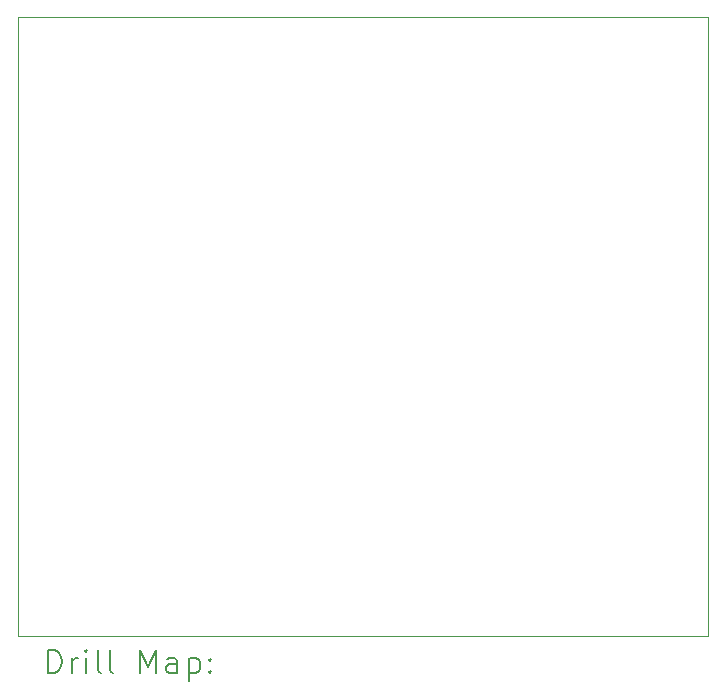
<source format=gbr>
%TF.GenerationSoftware,KiCad,Pcbnew,8.0.8*%
%TF.CreationDate,2025-02-02T21:03:06-08:00*%
%TF.ProjectId,D1Mini,44314d69-6e69-42e6-9b69-6361645f7063,rev?*%
%TF.SameCoordinates,Original*%
%TF.FileFunction,Drillmap*%
%TF.FilePolarity,Positive*%
%FSLAX45Y45*%
G04 Gerber Fmt 4.5, Leading zero omitted, Abs format (unit mm)*
G04 Created by KiCad (PCBNEW 8.0.8) date 2025-02-02 21:03:06*
%MOMM*%
%LPD*%
G01*
G04 APERTURE LIST*
%ADD10C,0.050000*%
%ADD11C,0.200000*%
G04 APERTURE END LIST*
D10*
X9294090Y-2278246D02*
X15142811Y-2278246D01*
X15142811Y-7522298D01*
X9294090Y-7522298D01*
X9294090Y-2278246D01*
D11*
X9552367Y-7836282D02*
X9552367Y-7636282D01*
X9552367Y-7636282D02*
X9599986Y-7636282D01*
X9599986Y-7636282D02*
X9628558Y-7645805D01*
X9628558Y-7645805D02*
X9647605Y-7664853D01*
X9647605Y-7664853D02*
X9657129Y-7683901D01*
X9657129Y-7683901D02*
X9666653Y-7721996D01*
X9666653Y-7721996D02*
X9666653Y-7750567D01*
X9666653Y-7750567D02*
X9657129Y-7788662D01*
X9657129Y-7788662D02*
X9647605Y-7807710D01*
X9647605Y-7807710D02*
X9628558Y-7826758D01*
X9628558Y-7826758D02*
X9599986Y-7836282D01*
X9599986Y-7836282D02*
X9552367Y-7836282D01*
X9752367Y-7836282D02*
X9752367Y-7702948D01*
X9752367Y-7741043D02*
X9761891Y-7721996D01*
X9761891Y-7721996D02*
X9771415Y-7712472D01*
X9771415Y-7712472D02*
X9790462Y-7702948D01*
X9790462Y-7702948D02*
X9809510Y-7702948D01*
X9876177Y-7836282D02*
X9876177Y-7702948D01*
X9876177Y-7636282D02*
X9866653Y-7645805D01*
X9866653Y-7645805D02*
X9876177Y-7655329D01*
X9876177Y-7655329D02*
X9885701Y-7645805D01*
X9885701Y-7645805D02*
X9876177Y-7636282D01*
X9876177Y-7636282D02*
X9876177Y-7655329D01*
X9999986Y-7836282D02*
X9980939Y-7826758D01*
X9980939Y-7826758D02*
X9971415Y-7807710D01*
X9971415Y-7807710D02*
X9971415Y-7636282D01*
X10104748Y-7836282D02*
X10085701Y-7826758D01*
X10085701Y-7826758D02*
X10076177Y-7807710D01*
X10076177Y-7807710D02*
X10076177Y-7636282D01*
X10333320Y-7836282D02*
X10333320Y-7636282D01*
X10333320Y-7636282D02*
X10399986Y-7779139D01*
X10399986Y-7779139D02*
X10466653Y-7636282D01*
X10466653Y-7636282D02*
X10466653Y-7836282D01*
X10647605Y-7836282D02*
X10647605Y-7731520D01*
X10647605Y-7731520D02*
X10638082Y-7712472D01*
X10638082Y-7712472D02*
X10619034Y-7702948D01*
X10619034Y-7702948D02*
X10580939Y-7702948D01*
X10580939Y-7702948D02*
X10561891Y-7712472D01*
X10647605Y-7826758D02*
X10628558Y-7836282D01*
X10628558Y-7836282D02*
X10580939Y-7836282D01*
X10580939Y-7836282D02*
X10561891Y-7826758D01*
X10561891Y-7826758D02*
X10552367Y-7807710D01*
X10552367Y-7807710D02*
X10552367Y-7788662D01*
X10552367Y-7788662D02*
X10561891Y-7769615D01*
X10561891Y-7769615D02*
X10580939Y-7760091D01*
X10580939Y-7760091D02*
X10628558Y-7760091D01*
X10628558Y-7760091D02*
X10647605Y-7750567D01*
X10742843Y-7702948D02*
X10742843Y-7902948D01*
X10742843Y-7712472D02*
X10761891Y-7702948D01*
X10761891Y-7702948D02*
X10799986Y-7702948D01*
X10799986Y-7702948D02*
X10819034Y-7712472D01*
X10819034Y-7712472D02*
X10828558Y-7721996D01*
X10828558Y-7721996D02*
X10838082Y-7741043D01*
X10838082Y-7741043D02*
X10838082Y-7798186D01*
X10838082Y-7798186D02*
X10828558Y-7817234D01*
X10828558Y-7817234D02*
X10819034Y-7826758D01*
X10819034Y-7826758D02*
X10799986Y-7836282D01*
X10799986Y-7836282D02*
X10761891Y-7836282D01*
X10761891Y-7836282D02*
X10742843Y-7826758D01*
X10923796Y-7817234D02*
X10933320Y-7826758D01*
X10933320Y-7826758D02*
X10923796Y-7836282D01*
X10923796Y-7836282D02*
X10914272Y-7826758D01*
X10914272Y-7826758D02*
X10923796Y-7817234D01*
X10923796Y-7817234D02*
X10923796Y-7836282D01*
X10923796Y-7712472D02*
X10933320Y-7721996D01*
X10933320Y-7721996D02*
X10923796Y-7731520D01*
X10923796Y-7731520D02*
X10914272Y-7721996D01*
X10914272Y-7721996D02*
X10923796Y-7712472D01*
X10923796Y-7712472D02*
X10923796Y-7731520D01*
M02*

</source>
